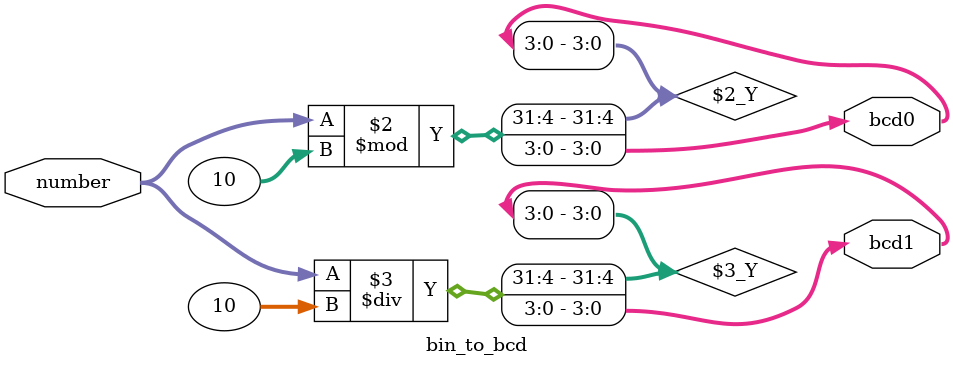
<source format=sv>
module bin_to_bcd (
	input [6:0] number, // valid range [0,99]
	output reg [3:0] bcd0,
	output reg [3:0] bcd1
);
	always @(*) begin
		bcd0 = number % 10;
		bcd1 = number / 10;
	end

endmodule

</source>
